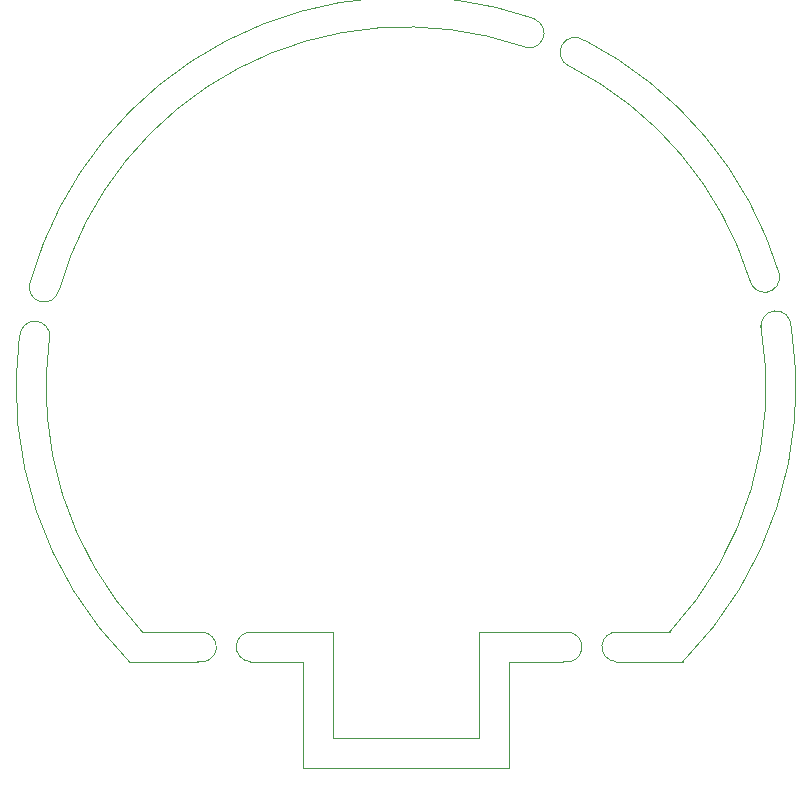
<source format=gko>
%FSLAX25Y25*%
%MOIN*%
G70*
G01*
G75*
G04 Layer_Color=16711935*
%ADD10R,0.04331X0.33858*%
%ADD11R,0.05906X0.33858*%
G04:AMPARAMS|DCode=12|XSize=118.11mil|YSize=39.37mil|CornerRadius=0mil|HoleSize=0mil|Usage=FLASHONLY|Rotation=210.000|XOffset=0mil|YOffset=0mil|HoleType=Round|Shape=Rectangle|*
%AMROTATEDRECTD12*
4,1,4,0.04130,0.04658,0.06099,0.01248,-0.04130,-0.04658,-0.06099,-0.01248,0.04130,0.04658,0.0*
%
%ADD12ROTATEDRECTD12*%

G04:AMPARAMS|DCode=13|XSize=39.37mil|YSize=15.75mil|CornerRadius=0mil|HoleSize=0mil|Usage=FLASHONLY|Rotation=315.000|XOffset=0mil|YOffset=0mil|HoleType=Round|Shape=Rectangle|*
%AMROTATEDRECTD13*
4,1,4,-0.01949,0.00835,-0.00835,0.01949,0.01949,-0.00835,0.00835,-0.01949,-0.01949,0.00835,0.0*
%
%ADD13ROTATEDRECTD13*%

G04:AMPARAMS|DCode=14|XSize=39.37mil|YSize=15.75mil|CornerRadius=0mil|HoleSize=0mil|Usage=FLASHONLY|Rotation=225.000|XOffset=0mil|YOffset=0mil|HoleType=Round|Shape=Rectangle|*
%AMROTATEDRECTD14*
4,1,4,0.00835,0.01949,0.01949,0.00835,-0.00835,-0.01949,-0.01949,-0.00835,0.00835,0.01949,0.0*
%
%ADD14ROTATEDRECTD14*%

%ADD15R,0.02362X0.01575*%
%ADD16R,0.25590X0.23622*%
%ADD17C,0.78740*%
%ADD18R,0.02362X0.03543*%
%ADD19R,0.03543X0.02362*%
%ADD20R,0.07874X0.03937*%
%ADD21R,0.35433X0.13386*%
G04:AMPARAMS|DCode=22|XSize=23.62mil|YSize=35.43mil|CornerRadius=0mil|HoleSize=0mil|Usage=FLASHONLY|Rotation=176.000|XOffset=0mil|YOffset=0mil|HoleType=Round|Shape=Rectangle|*
%AMROTATEDRECTD22*
4,1,4,0.01302,0.01685,0.01055,-0.01850,-0.01302,-0.01685,-0.01055,0.01850,0.01302,0.01685,0.0*
%
%ADD22ROTATEDRECTD22*%

G04:AMPARAMS|DCode=23|XSize=23.62mil|YSize=35.43mil|CornerRadius=0mil|HoleSize=0mil|Usage=FLASHONLY|Rotation=135.000|XOffset=0mil|YOffset=0mil|HoleType=Round|Shape=Rectangle|*
%AMROTATEDRECTD23*
4,1,4,0.02088,0.00418,-0.00418,-0.02088,-0.02088,-0.00418,0.00418,0.02088,0.02088,0.00418,0.0*
%
%ADD23ROTATEDRECTD23*%

G04:AMPARAMS|DCode=24|XSize=23.62mil|YSize=35.43mil|CornerRadius=0mil|HoleSize=0mil|Usage=FLASHONLY|Rotation=4.000|XOffset=0mil|YOffset=0mil|HoleType=Round|Shape=Rectangle|*
%AMROTATEDRECTD24*
4,1,4,-0.01055,-0.01850,-0.01302,0.01685,0.01055,0.01850,0.01302,-0.01685,-0.01055,-0.01850,0.0*
%
%ADD24ROTATEDRECTD24*%

%ADD25R,0.03937X0.03937*%
%ADD26P,0.05568X4X379.0*%
%ADD27P,0.05568X4X65.0*%
%ADD28R,0.05512X0.04724*%
%ADD29R,0.03150X0.02165*%
G04:AMPARAMS|DCode=30|XSize=23.62mil|YSize=61.02mil|CornerRadius=0mil|HoleSize=0mil|Usage=FLASHONLY|Rotation=25.000|XOffset=0mil|YOffset=0mil|HoleType=Round|Shape=Rectangle|*
%AMROTATEDRECTD30*
4,1,4,0.00219,-0.03265,-0.02360,0.02266,-0.00219,0.03265,0.02360,-0.02266,0.00219,-0.03265,0.0*
%
%ADD30ROTATEDRECTD30*%

%ADD31R,0.00984X0.03347*%
%ADD32R,0.09370X0.06496*%
%ADD33R,0.03150X0.03150*%
%ADD34R,0.02756X0.03937*%
%ADD35R,0.03937X0.03937*%
%ADD36P,0.05568X4X109.0*%
%ADD37P,0.05568X4X335.0*%
%ADD38C,0.02000*%
%ADD39C,0.01200*%
%ADD40C,0.01000*%
%ADD41C,0.01800*%
%ADD42C,0.01500*%
%ADD43O,0.05118X0.06693*%
%ADD44R,0.00394X0.00394*%
%ADD45C,0.04000*%
%ADD46C,0.05000*%
%ADD47C,0.00500*%
%ADD48C,0.01969*%
%ADD49C,0.01181*%
%ADD50C,0.00394*%
%ADD51C,0.00600*%
%ADD52R,0.05131X0.34658*%
%ADD53R,0.06706X0.34658*%
G04:AMPARAMS|DCode=54|XSize=126.11mil|YSize=47.37mil|CornerRadius=0mil|HoleSize=0mil|Usage=FLASHONLY|Rotation=210.000|XOffset=0mil|YOffset=0mil|HoleType=Round|Shape=Rectangle|*
%AMROTATEDRECTD54*
4,1,4,0.04277,0.05204,0.06645,0.01102,-0.04277,-0.05204,-0.06645,-0.01102,0.04277,0.05204,0.0*
%
%ADD54ROTATEDRECTD54*%

G04:AMPARAMS|DCode=55|XSize=47.37mil|YSize=23.75mil|CornerRadius=0mil|HoleSize=0mil|Usage=FLASHONLY|Rotation=315.000|XOffset=0mil|YOffset=0mil|HoleType=Round|Shape=Rectangle|*
%AMROTATEDRECTD55*
4,1,4,-0.02514,0.00835,-0.00835,0.02514,0.02514,-0.00835,0.00835,-0.02514,-0.02514,0.00835,0.0*
%
%ADD55ROTATEDRECTD55*%

G04:AMPARAMS|DCode=56|XSize=47.37mil|YSize=23.75mil|CornerRadius=0mil|HoleSize=0mil|Usage=FLASHONLY|Rotation=225.000|XOffset=0mil|YOffset=0mil|HoleType=Round|Shape=Rectangle|*
%AMROTATEDRECTD56*
4,1,4,0.00835,0.02514,0.02514,0.00835,-0.00835,-0.02514,-0.02514,-0.00835,0.00835,0.02514,0.0*
%
%ADD56ROTATEDRECTD56*%

%ADD57R,0.03162X0.02375*%
%ADD58R,0.26391X0.24422*%
%ADD59C,0.79540*%
%ADD60R,0.03162X0.04343*%
%ADD61R,0.04343X0.03162*%
%ADD62R,0.08674X0.04737*%
%ADD63R,0.36233X0.14186*%
G04:AMPARAMS|DCode=64|XSize=31.62mil|YSize=43.43mil|CornerRadius=0mil|HoleSize=0mil|Usage=FLASHONLY|Rotation=176.000|XOffset=0mil|YOffset=0mil|HoleType=Round|Shape=Rectangle|*
%AMROTATEDRECTD64*
4,1,4,0.01729,0.02056,0.01426,-0.02277,-0.01729,-0.02056,-0.01426,0.02277,0.01729,0.02056,0.0*
%
%ADD64ROTATEDRECTD64*%

G04:AMPARAMS|DCode=65|XSize=31.62mil|YSize=43.43mil|CornerRadius=0mil|HoleSize=0mil|Usage=FLASHONLY|Rotation=135.000|XOffset=0mil|YOffset=0mil|HoleType=Round|Shape=Rectangle|*
%AMROTATEDRECTD65*
4,1,4,0.02654,0.00418,-0.00418,-0.02654,-0.02654,-0.00418,0.00418,0.02654,0.02654,0.00418,0.0*
%
%ADD65ROTATEDRECTD65*%

G04:AMPARAMS|DCode=66|XSize=31.62mil|YSize=43.43mil|CornerRadius=0mil|HoleSize=0mil|Usage=FLASHONLY|Rotation=4.000|XOffset=0mil|YOffset=0mil|HoleType=Round|Shape=Rectangle|*
%AMROTATEDRECTD66*
4,1,4,-0.01426,-0.02277,-0.01729,0.02056,0.01426,0.02277,0.01729,-0.02056,-0.01426,-0.02277,0.0*
%
%ADD66ROTATEDRECTD66*%

%ADD67R,0.04737X0.04737*%
%ADD68P,0.06699X4X379.0*%
%ADD69P,0.06699X4X65.0*%
%ADD70R,0.06312X0.05524*%
%ADD71R,0.03950X0.02965*%
G04:AMPARAMS|DCode=72|XSize=31.62mil|YSize=69.02mil|CornerRadius=0mil|HoleSize=0mil|Usage=FLASHONLY|Rotation=25.000|XOffset=0mil|YOffset=0mil|HoleType=Round|Shape=Rectangle|*
%AMROTATEDRECTD72*
4,1,4,0.00026,-0.03796,-0.02892,0.02460,-0.00026,0.03796,0.02892,-0.02460,0.00026,-0.03796,0.0*
%
%ADD72ROTATEDRECTD72*%

%ADD73R,0.01784X0.04147*%
%ADD74R,0.10170X0.07296*%
%ADD75R,0.03950X0.03950*%
%ADD76R,0.03556X0.04737*%
%ADD77R,0.04737X0.04737*%
%ADD78P,0.06699X4X109.0*%
%ADD79P,0.06699X4X335.0*%
%ADD80O,0.05918X0.07493*%
%ADD81C,0.00800*%
%ADD82R,0.01194X0.01194*%
%ADD83C,0.04800*%
%ADD84C,0.05800*%
%ADD85C,0.00100*%
%ADD86C,0.00197*%
G54D85*
X281140Y256499D02*
G03*
X312068Y158343I118860J-16499D01*
G01*
X271146Y257224D02*
G03*
X307719Y148435I128854J-17224D01*
G01*
X514669Y275372D02*
G03*
X454400Y346961I-114669J-35372D01*
G01*
X487932Y158343D02*
G03*
X518252Y260409I-87932J81657D01*
G01*
X438620Y353616D02*
G03*
X284415Y272252I-38620J-113616D01*
G01*
X524454Y277567D02*
G03*
X459392Y355640I-124454J-37567D01*
G01*
X442880Y362724D02*
G03*
X274893Y275329I-42880J-122724D01*
G01*
X492249Y148402D02*
G03*
X528420Y260209I-92249J91598D01*
G01*
X274829Y275347D02*
G03*
X284273Y272291I4537J-2102D01*
G01*
X281211Y256489D02*
G03*
X271341Y257198I-4925J496D01*
G01*
X330602Y148425D02*
G03*
X331800Y158280I1198J4854D01*
G01*
X348924Y158276D02*
G03*
X348100Y148416I-574J-4917D01*
G01*
X452479Y148428D02*
G03*
X453676Y158283I1198J4854D01*
G01*
X470800Y158280D02*
G03*
X469976Y148419I-574J-4917D01*
G01*
X514600Y275900D02*
G03*
X524347Y277543I4920J546D01*
G01*
X528320Y260264D02*
G03*
X518449Y259214I-4999J75D01*
G01*
X459335Y355528D02*
G03*
X454382Y346925I-2999J-4000D01*
G01*
X438621Y353619D02*
G03*
X442819Y362551I2450J4301D01*
G01*
X434336Y112920D02*
Y148353D01*
X452478D01*
X469976D02*
X492250D01*
X348100Y148416D02*
X365664Y148416D01*
Y112920D02*
X434336D01*
X307700Y148416D02*
X330600Y148416D01*
X365664Y112920D02*
Y148416D01*
X431496Y158280D02*
X453676Y158280D01*
X348924Y158280D02*
X368504D01*
X312131D02*
X331800D01*
X470800D02*
X487869D01*
X487932Y158343D01*
X312068D02*
X312131Y158280D01*
G54D86*
X375590Y122846D02*
X424409D01*
X375590D02*
Y158280D01*
X424409Y122846D02*
Y158280D01*
X368504D02*
X375590D01*
X424409D02*
X431496D01*
M02*

</source>
